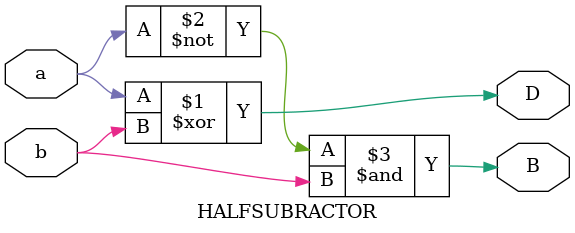
<source format=v>
`timescale 1ns / 1ps


module HALFSUBRACTOR(input a,b, output D,B );
assign D=a^b;
assign B=~a&b;
endmodule

</source>
